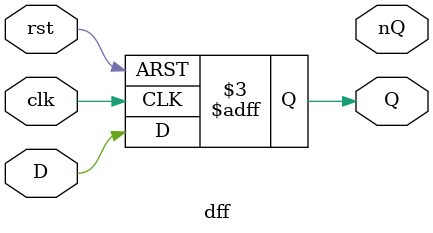
<source format=v>
`timescale 1ns / 1ps
module dff(
    input clk,D,rst,
    output reg Q,
    output nQ
    );
    always @(posedge clk or negedge rst) begin
        if(~rst) Q<=1'b0;
        else Q<=D;
    end
endmodule

</source>
